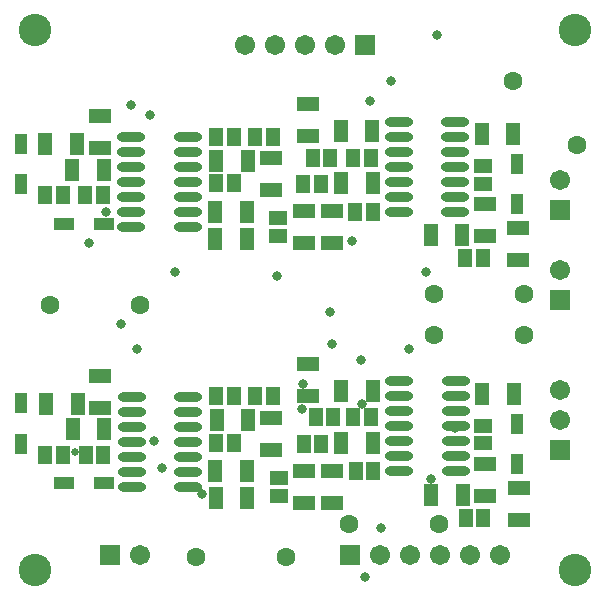
<source format=gbr>
G04 Layer_Color=16711935*
%FSLAX26Y26*%
%MOIN*%
%TF.FileFunction,Soldermask,Bot*%
%TF.Part,Single*%
G01*
G75*
%TA.AperFunction,SMDPad,CuDef*%
%ADD44R,0.051307X0.074929*%
%ADD45R,0.074929X0.051307*%
%ADD46R,0.041465X0.070992*%
%ADD48O,0.094614X0.031622*%
%ADD50R,0.051307X0.063118*%
%TA.AperFunction,ComponentPad*%
%ADD57C,0.063118*%
%ADD58C,0.067055*%
%ADD59R,0.067055X0.067055*%
%ADD60R,0.067055X0.067055*%
%TA.AperFunction,ViaPad*%
%ADD61C,0.108000*%
%ADD62C,0.033000*%
%ADD63C,0.025197*%
%TA.AperFunction,SMDPad,CuDef*%
%ADD64R,0.070992X0.041465*%
%TA.AperFunction,ConnectorPad*%
%ADD65R,0.041465X0.070992*%
%TA.AperFunction,SMDPad,CuDef*%
%ADD66R,0.063118X0.051307*%
D44*
X1331300Y1570000D02*
D03*
X1241772Y1655000D02*
D03*
X1225000Y1570000D02*
D03*
X1135472Y1655000D02*
D03*
X1701850Y1340000D02*
D03*
X1808150D02*
D03*
X1806772Y1430000D02*
D03*
X1700472D02*
D03*
X1811300Y1600000D02*
D03*
X1705000D02*
D03*
X2120000Y1525000D02*
D03*
X2226300D02*
D03*
X2225772Y1698000D02*
D03*
X2119472D02*
D03*
X2419472Y1353000D02*
D03*
X2525772D02*
D03*
X2695772Y1688000D02*
D03*
X2589472D02*
D03*
X2524662Y2219000D02*
D03*
X2418362D02*
D03*
X2225190Y2391000D02*
D03*
X2118890D02*
D03*
X2224662Y2564000D02*
D03*
X2118362D02*
D03*
X1810190Y2466000D02*
D03*
X1703890D02*
D03*
X1699362Y2296000D02*
D03*
X1700740Y2206000D02*
D03*
X1807040D02*
D03*
X1805662Y2296000D02*
D03*
X1330190Y2436000D02*
D03*
X1240662Y2521000D02*
D03*
X1223890Y2436000D02*
D03*
X1134362Y2521000D02*
D03*
X2588362Y2554000D02*
D03*
X2694662D02*
D03*
D45*
X1318150Y1641850D02*
D03*
Y1748150D02*
D03*
X1888150Y1501850D02*
D03*
X1997622Y1431150D02*
D03*
Y1324850D02*
D03*
X2089472D02*
D03*
Y1431150D02*
D03*
X2010000Y1681850D02*
D03*
Y1788150D02*
D03*
X1888150Y1608150D02*
D03*
X2088362Y2190850D02*
D03*
Y2297150D02*
D03*
X1996512D02*
D03*
Y2190850D02*
D03*
X1887040Y2367850D02*
D03*
Y2474150D02*
D03*
X2008890Y2547850D02*
D03*
Y2654150D02*
D03*
X2598362Y2215850D02*
D03*
Y2322150D02*
D03*
X2711512Y2135850D02*
D03*
Y2242150D02*
D03*
X2599472Y1456150D02*
D03*
Y1349850D02*
D03*
X2712622Y1269850D02*
D03*
Y1376150D02*
D03*
X1317040Y2614150D02*
D03*
Y2507850D02*
D03*
D46*
X2707622Y1456072D02*
D03*
Y1589930D02*
D03*
X2706512Y2322070D02*
D03*
Y2455930D02*
D03*
D48*
X1422134Y1379000D02*
D03*
Y1429000D02*
D03*
Y1479000D02*
D03*
Y1529000D02*
D03*
Y1579000D02*
D03*
Y1629000D02*
D03*
Y1679000D02*
D03*
X1611110Y1479000D02*
D03*
Y1429000D02*
D03*
Y1379000D02*
D03*
Y1529000D02*
D03*
Y1579000D02*
D03*
Y1629000D02*
D03*
Y1679000D02*
D03*
X1610000Y2245000D02*
D03*
Y2295000D02*
D03*
Y2345000D02*
D03*
Y2395000D02*
D03*
Y2445000D02*
D03*
Y2495000D02*
D03*
Y2545000D02*
D03*
X1421024D02*
D03*
Y2495000D02*
D03*
Y2445000D02*
D03*
Y2395000D02*
D03*
Y2345000D02*
D03*
Y2295000D02*
D03*
Y2245000D02*
D03*
X2313662Y1480000D02*
D03*
Y1430000D02*
D03*
Y1530000D02*
D03*
Y1580000D02*
D03*
Y1630000D02*
D03*
Y1680000D02*
D03*
Y1730000D02*
D03*
X2502638Y1580000D02*
D03*
Y1530000D02*
D03*
Y1480000D02*
D03*
Y1430000D02*
D03*
Y1630000D02*
D03*
Y1680000D02*
D03*
Y1730000D02*
D03*
X2501528Y2296000D02*
D03*
Y2346000D02*
D03*
Y2396000D02*
D03*
Y2446000D02*
D03*
Y2496000D02*
D03*
Y2546000D02*
D03*
Y2596000D02*
D03*
X2312552D02*
D03*
Y2546000D02*
D03*
Y2496000D02*
D03*
Y2446000D02*
D03*
Y2396000D02*
D03*
Y2346000D02*
D03*
Y2296000D02*
D03*
D50*
X1327678Y1485000D02*
D03*
X1268622D02*
D03*
X1192678D02*
D03*
X1133622D02*
D03*
X1703622Y1525000D02*
D03*
X1762678D02*
D03*
X1833622Y1680000D02*
D03*
X1892678D02*
D03*
X1994944Y1523000D02*
D03*
X2054000D02*
D03*
X2168622Y1430000D02*
D03*
X2227678D02*
D03*
X2219528Y1610000D02*
D03*
X2160472D02*
D03*
X2094528D02*
D03*
X2035472D02*
D03*
X1762678Y1680000D02*
D03*
X1703622D02*
D03*
X2226568Y2296000D02*
D03*
X2167512D02*
D03*
X2052890Y2389000D02*
D03*
X2160472Y2475000D02*
D03*
X2219528D02*
D03*
X2084528D02*
D03*
X2025472D02*
D03*
X1993834Y2389000D02*
D03*
X1891566Y2546000D02*
D03*
X1832512D02*
D03*
X1761566D02*
D03*
X1702512D02*
D03*
Y2391000D02*
D03*
X1761568D02*
D03*
X1326566Y2351000D02*
D03*
X1267512D02*
D03*
X1191566D02*
D03*
X1132512D02*
D03*
X2535472Y1275000D02*
D03*
X2594528D02*
D03*
X2593418Y2141000D02*
D03*
X2534362D02*
D03*
D57*
X1635000Y1145000D02*
D03*
X1935000D02*
D03*
X2145000Y1255000D02*
D03*
X2445000D02*
D03*
X2730000Y1885000D02*
D03*
Y2020000D02*
D03*
X2430000D02*
D03*
Y1885000D02*
D03*
X2906066Y2518934D02*
D03*
X2693934Y2731066D02*
D03*
X1450000Y1985000D02*
D03*
X1150000D02*
D03*
D58*
X1450000Y1150000D02*
D03*
X2250000D02*
D03*
X2350000D02*
D03*
X2450000D02*
D03*
X2550000D02*
D03*
X2650000D02*
D03*
X2850000Y1600000D02*
D03*
Y1700000D02*
D03*
Y2100000D02*
D03*
Y2400000D02*
D03*
X2100000Y2850000D02*
D03*
X2000000D02*
D03*
X1900000D02*
D03*
X1800000D02*
D03*
D59*
X2850000Y1500000D02*
D03*
Y2000000D02*
D03*
Y2300000D02*
D03*
D60*
X1350000Y1150000D02*
D03*
X2150000D02*
D03*
X2200000Y2850000D02*
D03*
D61*
X1100000Y1100000D02*
D03*
X2900000D02*
D03*
Y2900000D02*
D03*
X1100000D02*
D03*
D62*
X1524000Y1443000D02*
D03*
X1658000Y1354000D02*
D03*
X1698000Y1539000D02*
D03*
X1498000Y1530000D02*
D03*
X1439000Y1839000D02*
D03*
X1386000Y1921000D02*
D03*
X1568000Y2094000D02*
D03*
X1335000Y2296000D02*
D03*
X1270000Y2351000D02*
D03*
X1281500Y2190000D02*
D03*
X1701000Y2391000D02*
D03*
X1905000Y2081000D02*
D03*
X2083000Y1961000D02*
D03*
X2090000Y1856000D02*
D03*
X2186656Y1803000D02*
D03*
X2189418Y1654000D02*
D03*
X2158000Y1606000D02*
D03*
X2345000Y1837000D02*
D03*
X2402000Y2096000D02*
D03*
X2157000Y2199000D02*
D03*
X1992000Y1722000D02*
D03*
X1989000Y1638000D02*
D03*
X1996000Y1430000D02*
D03*
X2074000Y1332000D02*
D03*
X2252000Y1242000D02*
D03*
X2200000Y1078000D02*
D03*
X2420000Y1404000D02*
D03*
X2501000Y1576000D02*
D03*
X2728000Y1272000D02*
D03*
X2216000Y2666000D02*
D03*
X2286000Y2731000D02*
D03*
X2441000Y2884000D02*
D03*
X1484000Y2619000D02*
D03*
X1421000Y2651000D02*
D03*
D63*
X1233252Y1494000D02*
D03*
X1264748D02*
D03*
D64*
X1330078Y1390000D02*
D03*
X1196220D02*
D03*
X1328968Y2256000D02*
D03*
X1195110D02*
D03*
D65*
X1053150Y1523070D02*
D03*
Y1656930D02*
D03*
X1052040Y2389070D02*
D03*
Y2522930D02*
D03*
D66*
X1912622Y1348472D02*
D03*
Y1407528D02*
D03*
X2594472Y1523472D02*
D03*
Y1582528D02*
D03*
X1911512Y2214472D02*
D03*
Y2273528D02*
D03*
X2593362Y2389472D02*
D03*
Y2448528D02*
D03*
%TF.MD5,7bf7b96aba3b83b90274a06ed4601531*%
M02*

</source>
